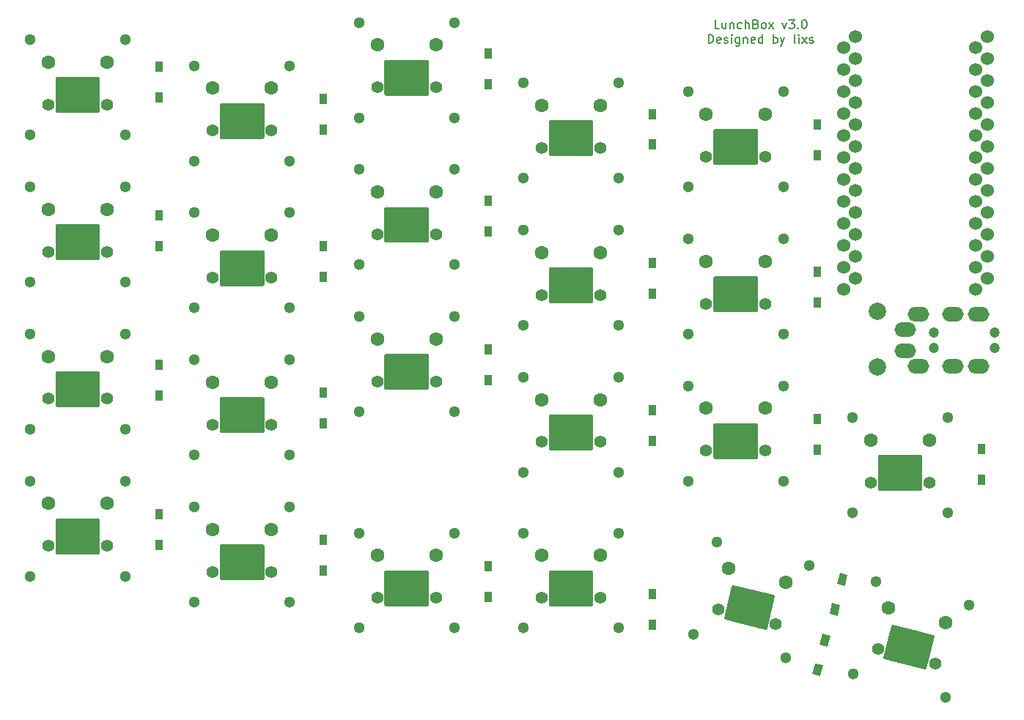
<source format=gbr>
%TF.GenerationSoftware,KiCad,Pcbnew,(5.1.0)-1*%
%TF.CreationDate,2021-02-23T00:32:09+09:00*%
%TF.ProjectId,20200129 thinkeyboardver0,32303230-3031-4323-9920-7468696e6b65,rev?*%
%TF.SameCoordinates,Original*%
%TF.FileFunction,Soldermask,Top*%
%TF.FilePolarity,Negative*%
%FSLAX46Y46*%
G04 Gerber Fmt 4.6, Leading zero omitted, Abs format (unit mm)*
G04 Created by KiCad (PCBNEW (5.1.0)-1) date 2021-02-23 00:32:09*
%MOMM*%
%LPD*%
G04 APERTURE LIST*
%ADD10C,0.200000*%
%ADD11C,1.600000*%
%ADD12C,1.300000*%
%ADD13C,1.400000*%
%ADD14O,5.100000X4.100000*%
%ADD15O,2.000000X4.100000*%
%ADD16O,0.300000X4.100000*%
%ADD17O,5.100000X0.300000*%
%ADD18C,2.000000*%
%ADD19C,1.200000*%
%ADD20O,2.500000X1.700000*%
%ADD21C,1.524000*%
%ADD22C,4.100000*%
%ADD23C,4.100000*%
%ADD24C,2.000000*%
%ADD25C,0.300000*%
%ADD26C,0.300000*%
%ADD27R,0.950000X1.300000*%
%ADD28C,0.950000*%
%ADD29C,0.100000*%
G04 APERTURE END LIST*
D10*
X165714285Y-66102380D02*
X165238095Y-66102380D01*
X165238095Y-65102380D01*
X166476190Y-65435714D02*
X166476190Y-66102380D01*
X166047619Y-65435714D02*
X166047619Y-65959523D01*
X166095238Y-66054761D01*
X166190476Y-66102380D01*
X166333333Y-66102380D01*
X166428571Y-66054761D01*
X166476190Y-66007142D01*
X166952380Y-65435714D02*
X166952380Y-66102380D01*
X166952380Y-65530952D02*
X167000000Y-65483333D01*
X167095238Y-65435714D01*
X167238095Y-65435714D01*
X167333333Y-65483333D01*
X167380952Y-65578571D01*
X167380952Y-66102380D01*
X168285714Y-66054761D02*
X168190476Y-66102380D01*
X168000000Y-66102380D01*
X167904761Y-66054761D01*
X167857142Y-66007142D01*
X167809523Y-65911904D01*
X167809523Y-65626190D01*
X167857142Y-65530952D01*
X167904761Y-65483333D01*
X168000000Y-65435714D01*
X168190476Y-65435714D01*
X168285714Y-65483333D01*
X168714285Y-66102380D02*
X168714285Y-65102380D01*
X169142857Y-66102380D02*
X169142857Y-65578571D01*
X169095238Y-65483333D01*
X169000000Y-65435714D01*
X168857142Y-65435714D01*
X168761904Y-65483333D01*
X168714285Y-65530952D01*
X169952380Y-65578571D02*
X170095238Y-65626190D01*
X170142857Y-65673809D01*
X170190476Y-65769047D01*
X170190476Y-65911904D01*
X170142857Y-66007142D01*
X170095238Y-66054761D01*
X170000000Y-66102380D01*
X169619047Y-66102380D01*
X169619047Y-65102380D01*
X169952380Y-65102380D01*
X170047619Y-65150000D01*
X170095238Y-65197619D01*
X170142857Y-65292857D01*
X170142857Y-65388095D01*
X170095238Y-65483333D01*
X170047619Y-65530952D01*
X169952380Y-65578571D01*
X169619047Y-65578571D01*
X170761904Y-66102380D02*
X170666666Y-66054761D01*
X170619047Y-66007142D01*
X170571428Y-65911904D01*
X170571428Y-65626190D01*
X170619047Y-65530952D01*
X170666666Y-65483333D01*
X170761904Y-65435714D01*
X170904761Y-65435714D01*
X171000000Y-65483333D01*
X171047619Y-65530952D01*
X171095238Y-65626190D01*
X171095238Y-65911904D01*
X171047619Y-66007142D01*
X171000000Y-66054761D01*
X170904761Y-66102380D01*
X170761904Y-66102380D01*
X171428571Y-66102380D02*
X171952380Y-65435714D01*
X171428571Y-65435714D02*
X171952380Y-66102380D01*
X173000000Y-65435714D02*
X173238095Y-66102380D01*
X173476190Y-65435714D01*
X173761904Y-65102380D02*
X174380952Y-65102380D01*
X174047619Y-65483333D01*
X174190476Y-65483333D01*
X174285714Y-65530952D01*
X174333333Y-65578571D01*
X174380952Y-65673809D01*
X174380952Y-65911904D01*
X174333333Y-66007142D01*
X174285714Y-66054761D01*
X174190476Y-66102380D01*
X173904761Y-66102380D01*
X173809523Y-66054761D01*
X173761904Y-66007142D01*
X174809523Y-66007142D02*
X174857142Y-66054761D01*
X174809523Y-66102380D01*
X174761904Y-66054761D01*
X174809523Y-66007142D01*
X174809523Y-66102380D01*
X175476190Y-65102380D02*
X175571428Y-65102380D01*
X175666666Y-65150000D01*
X175714285Y-65197619D01*
X175761904Y-65292857D01*
X175809523Y-65483333D01*
X175809523Y-65721428D01*
X175761904Y-65911904D01*
X175714285Y-66007142D01*
X175666666Y-66054761D01*
X175571428Y-66102380D01*
X175476190Y-66102380D01*
X175380952Y-66054761D01*
X175333333Y-66007142D01*
X175285714Y-65911904D01*
X175238095Y-65721428D01*
X175238095Y-65483333D01*
X175285714Y-65292857D01*
X175333333Y-65197619D01*
X175380952Y-65150000D01*
X175476190Y-65102380D01*
X164476190Y-67802380D02*
X164476190Y-66802380D01*
X164714285Y-66802380D01*
X164857142Y-66850000D01*
X164952380Y-66945238D01*
X165000000Y-67040476D01*
X165047619Y-67230952D01*
X165047619Y-67373809D01*
X165000000Y-67564285D01*
X164952380Y-67659523D01*
X164857142Y-67754761D01*
X164714285Y-67802380D01*
X164476190Y-67802380D01*
X165857142Y-67754761D02*
X165761904Y-67802380D01*
X165571428Y-67802380D01*
X165476190Y-67754761D01*
X165428571Y-67659523D01*
X165428571Y-67278571D01*
X165476190Y-67183333D01*
X165571428Y-67135714D01*
X165761904Y-67135714D01*
X165857142Y-67183333D01*
X165904761Y-67278571D01*
X165904761Y-67373809D01*
X165428571Y-67469047D01*
X166285714Y-67754761D02*
X166380952Y-67802380D01*
X166571428Y-67802380D01*
X166666666Y-67754761D01*
X166714285Y-67659523D01*
X166714285Y-67611904D01*
X166666666Y-67516666D01*
X166571428Y-67469047D01*
X166428571Y-67469047D01*
X166333333Y-67421428D01*
X166285714Y-67326190D01*
X166285714Y-67278571D01*
X166333333Y-67183333D01*
X166428571Y-67135714D01*
X166571428Y-67135714D01*
X166666666Y-67183333D01*
X167142857Y-67802380D02*
X167142857Y-67135714D01*
X167142857Y-66802380D02*
X167095238Y-66850000D01*
X167142857Y-66897619D01*
X167190476Y-66850000D01*
X167142857Y-66802380D01*
X167142857Y-66897619D01*
X168047619Y-67135714D02*
X168047619Y-67945238D01*
X168000000Y-68040476D01*
X167952380Y-68088095D01*
X167857142Y-68135714D01*
X167714285Y-68135714D01*
X167619047Y-68088095D01*
X168047619Y-67754761D02*
X167952380Y-67802380D01*
X167761904Y-67802380D01*
X167666666Y-67754761D01*
X167619047Y-67707142D01*
X167571428Y-67611904D01*
X167571428Y-67326190D01*
X167619047Y-67230952D01*
X167666666Y-67183333D01*
X167761904Y-67135714D01*
X167952380Y-67135714D01*
X168047619Y-67183333D01*
X168523809Y-67135714D02*
X168523809Y-67802380D01*
X168523809Y-67230952D02*
X168571428Y-67183333D01*
X168666666Y-67135714D01*
X168809523Y-67135714D01*
X168904761Y-67183333D01*
X168952380Y-67278571D01*
X168952380Y-67802380D01*
X169809523Y-67754761D02*
X169714285Y-67802380D01*
X169523809Y-67802380D01*
X169428571Y-67754761D01*
X169380952Y-67659523D01*
X169380952Y-67278571D01*
X169428571Y-67183333D01*
X169523809Y-67135714D01*
X169714285Y-67135714D01*
X169809523Y-67183333D01*
X169857142Y-67278571D01*
X169857142Y-67373809D01*
X169380952Y-67469047D01*
X170714285Y-67802380D02*
X170714285Y-66802380D01*
X170714285Y-67754761D02*
X170619047Y-67802380D01*
X170428571Y-67802380D01*
X170333333Y-67754761D01*
X170285714Y-67707142D01*
X170238095Y-67611904D01*
X170238095Y-67326190D01*
X170285714Y-67230952D01*
X170333333Y-67183333D01*
X170428571Y-67135714D01*
X170619047Y-67135714D01*
X170714285Y-67183333D01*
X171952380Y-67802380D02*
X171952380Y-66802380D01*
X171952380Y-67183333D02*
X172047619Y-67135714D01*
X172238095Y-67135714D01*
X172333333Y-67183333D01*
X172380952Y-67230952D01*
X172428571Y-67326190D01*
X172428571Y-67611904D01*
X172380952Y-67707142D01*
X172333333Y-67754761D01*
X172238095Y-67802380D01*
X172047619Y-67802380D01*
X171952380Y-67754761D01*
X172761904Y-67135714D02*
X173000000Y-67802380D01*
X173238095Y-67135714D02*
X173000000Y-67802380D01*
X172904761Y-68040476D01*
X172857142Y-68088095D01*
X172761904Y-68135714D01*
X174523809Y-67802380D02*
X174428571Y-67754761D01*
X174380952Y-67659523D01*
X174380952Y-66802380D01*
X174904761Y-67802380D02*
X174904761Y-67135714D01*
X174904761Y-66802380D02*
X174857142Y-66850000D01*
X174904761Y-66897619D01*
X174952380Y-66850000D01*
X174904761Y-66802380D01*
X174904761Y-66897619D01*
X175285714Y-67802380D02*
X175809523Y-67135714D01*
X175285714Y-67135714D02*
X175809523Y-67802380D01*
X176142857Y-67754761D02*
X176238095Y-67802380D01*
X176428571Y-67802380D01*
X176523809Y-67754761D01*
X176571428Y-67659523D01*
X176571428Y-67611904D01*
X176523809Y-67516666D01*
X176428571Y-67469047D01*
X176285714Y-67469047D01*
X176190476Y-67421428D01*
X176142857Y-67326190D01*
X176142857Y-67278571D01*
X176190476Y-67183333D01*
X176285714Y-67135714D01*
X176428571Y-67135714D01*
X176523809Y-67183333D01*
D11*
%TO.C,SW14*%
X145199992Y-91999836D03*
D12*
X143099992Y-89399836D03*
X154099992Y-100399836D03*
D13*
X145199992Y-96899836D03*
D12*
X143100000Y-100400000D03*
X154100000Y-89400000D03*
D13*
X152000000Y-96900000D03*
D11*
X152000000Y-92000000D03*
D14*
X148600000Y-95800000D03*
D15*
X150150000Y-95800000D03*
X147050000Y-95800000D03*
D16*
X151000000Y-95800000D03*
X146200000Y-95800000D03*
D17*
X148600000Y-97700000D03*
X148600000Y-93900000D03*
%TD*%
D18*
%TO.C,SW23*%
X184000000Y-98750000D03*
X184000000Y-105250000D03*
%TD*%
D19*
%TO.C,J1*%
X190500000Y-101250000D03*
X197500000Y-101250000D03*
D20*
X188700000Y-99150000D03*
X187200000Y-103350000D03*
X195700000Y-99150000D03*
X192700000Y-99150000D03*
D19*
X197500000Y-103000000D03*
X190500000Y-103000000D03*
D20*
X195700000Y-105100000D03*
X192700000Y-105100000D03*
X188700000Y-105100000D03*
X187200000Y-100900000D03*
%TD*%
D11*
%TO.C,SW1*%
X88199992Y-69999836D03*
D12*
X86099992Y-67399836D03*
X97099992Y-78399836D03*
D13*
X88199992Y-74899836D03*
D12*
X86100000Y-78400000D03*
X97100000Y-67400000D03*
D13*
X95000000Y-74900000D03*
D11*
X95000000Y-70000000D03*
D14*
X91600000Y-73800000D03*
D15*
X93150000Y-73800000D03*
X90050000Y-73800000D03*
D16*
X94000000Y-73800000D03*
X89200000Y-73800000D03*
D17*
X91600000Y-75700000D03*
X91600000Y-71900000D03*
%TD*%
%TO.C,SW2*%
X91600000Y-88900000D03*
X91600000Y-92700000D03*
D16*
X89200000Y-90800000D03*
X94000000Y-90800000D03*
D15*
X90050000Y-90800000D03*
X93150000Y-90800000D03*
D14*
X91600000Y-90800000D03*
D11*
X95000000Y-87000000D03*
D13*
X95000000Y-91900000D03*
D12*
X97100000Y-84400000D03*
X86100000Y-95400000D03*
D13*
X88199992Y-91899836D03*
D12*
X97099992Y-95399836D03*
X86099992Y-84399836D03*
D11*
X88199992Y-86999836D03*
%TD*%
%TO.C,SW3*%
X88199992Y-103999836D03*
D12*
X86099992Y-101399836D03*
X97099992Y-112399836D03*
D13*
X88199992Y-108899836D03*
D12*
X86100000Y-112400000D03*
X97100000Y-101400000D03*
D13*
X95000000Y-108900000D03*
D11*
X95000000Y-104000000D03*
D14*
X91600000Y-107800000D03*
D15*
X93150000Y-107800000D03*
X90050000Y-107800000D03*
D16*
X94000000Y-107800000D03*
X89200000Y-107800000D03*
D17*
X91600000Y-109700000D03*
X91600000Y-105900000D03*
%TD*%
%TO.C,SW4*%
X91600000Y-122900164D03*
X91600000Y-126700164D03*
D16*
X89200000Y-124800164D03*
X94000000Y-124800164D03*
D15*
X90050000Y-124800164D03*
X93150000Y-124800164D03*
D14*
X91600000Y-124800164D03*
D11*
X95000000Y-121000164D03*
D13*
X95000000Y-125900164D03*
D12*
X97100000Y-118400164D03*
X86100000Y-129400164D03*
D13*
X88199992Y-125900000D03*
D12*
X97099992Y-129400000D03*
X86099992Y-118400000D03*
D11*
X88199992Y-121000000D03*
%TD*%
%TO.C,SW5*%
X107199992Y-72999836D03*
D12*
X105099992Y-70399836D03*
X116099992Y-81399836D03*
D13*
X107199992Y-77899836D03*
D12*
X105100000Y-81400000D03*
X116100000Y-70400000D03*
D13*
X114000000Y-77900000D03*
D11*
X114000000Y-73000000D03*
D14*
X110600000Y-76800000D03*
D15*
X112150000Y-76800000D03*
X109050000Y-76800000D03*
D16*
X113000000Y-76800000D03*
X108200000Y-76800000D03*
D17*
X110600000Y-78700000D03*
X110600000Y-74900000D03*
%TD*%
%TO.C,SW6*%
X110600000Y-91900000D03*
X110600000Y-95700000D03*
D16*
X108200000Y-93800000D03*
X113000000Y-93800000D03*
D15*
X109050000Y-93800000D03*
X112150000Y-93800000D03*
D14*
X110600000Y-93800000D03*
D11*
X114000000Y-90000000D03*
D13*
X114000000Y-94900000D03*
D12*
X116100000Y-87400000D03*
X105100000Y-98400000D03*
D13*
X107199992Y-94899836D03*
D12*
X116099992Y-98399836D03*
X105099992Y-87399836D03*
D11*
X107199992Y-89999836D03*
%TD*%
%TO.C,SW7*%
X107199992Y-106999836D03*
D12*
X105099992Y-104399836D03*
X116099992Y-115399836D03*
D13*
X107199992Y-111899836D03*
D12*
X105100000Y-115400000D03*
X116100000Y-104400000D03*
D13*
X114000000Y-111900000D03*
D11*
X114000000Y-107000000D03*
D14*
X110600000Y-110800000D03*
D15*
X112150000Y-110800000D03*
X109050000Y-110800000D03*
D16*
X113000000Y-110800000D03*
X108200000Y-110800000D03*
D17*
X110600000Y-112700000D03*
X110600000Y-108900000D03*
%TD*%
%TO.C,SW8*%
X110600000Y-125900000D03*
X110600000Y-129700000D03*
D16*
X108200000Y-127800000D03*
X113000000Y-127800000D03*
D15*
X109050000Y-127800000D03*
X112150000Y-127800000D03*
D14*
X110600000Y-127800000D03*
D11*
X114000000Y-124000000D03*
D13*
X114000000Y-128900000D03*
D12*
X116100000Y-121400000D03*
X105100000Y-132400000D03*
D13*
X107199992Y-128899836D03*
D12*
X116099992Y-132399836D03*
X105099992Y-121399836D03*
D11*
X107199992Y-123999836D03*
%TD*%
%TO.C,SW9*%
X126199992Y-67999836D03*
D12*
X124099992Y-65399836D03*
X135099992Y-76399836D03*
D13*
X126199992Y-72899836D03*
D12*
X124100000Y-76400000D03*
X135100000Y-65400000D03*
D13*
X133000000Y-72900000D03*
D11*
X133000000Y-68000000D03*
D14*
X129600000Y-71800000D03*
D15*
X131150000Y-71800000D03*
X128050000Y-71800000D03*
D16*
X132000000Y-71800000D03*
X127200000Y-71800000D03*
D17*
X129600000Y-73700000D03*
X129600000Y-69900000D03*
%TD*%
%TO.C,SW10*%
X129600000Y-86900000D03*
X129600000Y-90700000D03*
D16*
X127200000Y-88800000D03*
X132000000Y-88800000D03*
D15*
X128050000Y-88800000D03*
X131150000Y-88800000D03*
D14*
X129600000Y-88800000D03*
D11*
X133000000Y-85000000D03*
D13*
X133000000Y-89900000D03*
D12*
X135100000Y-82400000D03*
X124100000Y-93400000D03*
D13*
X126199992Y-89899836D03*
D12*
X135099992Y-93399836D03*
X124099992Y-82399836D03*
D11*
X126199992Y-84999836D03*
%TD*%
%TO.C,SW11*%
X126199992Y-101999836D03*
D12*
X124099992Y-99399836D03*
X135099992Y-110399836D03*
D13*
X126199992Y-106899836D03*
D12*
X124100000Y-110400000D03*
X135100000Y-99400000D03*
D13*
X133000000Y-106900000D03*
D11*
X133000000Y-102000000D03*
D14*
X129600000Y-105800000D03*
D15*
X131150000Y-105800000D03*
X128050000Y-105800000D03*
D16*
X132000000Y-105800000D03*
X127200000Y-105800000D03*
D17*
X129600000Y-107700000D03*
X129600000Y-103900000D03*
%TD*%
%TO.C,SW12*%
X129600000Y-128900000D03*
X129600000Y-132700000D03*
D16*
X127200000Y-130800000D03*
X132000000Y-130800000D03*
D15*
X128050000Y-130800000D03*
X131150000Y-130800000D03*
D14*
X129600000Y-130800000D03*
D11*
X133000000Y-127000000D03*
D13*
X133000000Y-131900000D03*
D12*
X135100000Y-124400000D03*
X124100000Y-135400000D03*
D13*
X126199992Y-131899836D03*
D12*
X135099992Y-135399836D03*
X124099992Y-124399836D03*
D11*
X126199992Y-126999836D03*
%TD*%
D17*
%TO.C,SW13*%
X148600000Y-76900000D03*
X148600000Y-80700000D03*
D16*
X146200000Y-78800000D03*
X151000000Y-78800000D03*
D15*
X147050000Y-78800000D03*
X150150000Y-78800000D03*
D14*
X148600000Y-78800000D03*
D11*
X152000000Y-75000000D03*
D13*
X152000000Y-79900000D03*
D12*
X154100000Y-72400000D03*
X143100000Y-83400000D03*
D13*
X145199992Y-79899836D03*
D12*
X154099992Y-83399836D03*
X143099992Y-72399836D03*
D11*
X145199992Y-74999836D03*
%TD*%
D17*
%TO.C,SW15*%
X148600000Y-110900000D03*
X148600000Y-114700000D03*
D16*
X146200000Y-112800000D03*
X151000000Y-112800000D03*
D15*
X147050000Y-112800000D03*
X150150000Y-112800000D03*
D14*
X148600000Y-112800000D03*
D11*
X152000000Y-109000000D03*
D13*
X152000000Y-113900000D03*
D12*
X154100000Y-106400000D03*
X143100000Y-117400000D03*
D13*
X145199992Y-113899836D03*
D12*
X154099992Y-117399836D03*
X143099992Y-106399836D03*
D11*
X145199992Y-108999836D03*
%TD*%
%TO.C,SW16*%
X145199992Y-126999836D03*
D12*
X143099992Y-124399836D03*
X154099992Y-135399836D03*
D13*
X145199992Y-131899836D03*
D12*
X143100000Y-135400000D03*
X154100000Y-124400000D03*
D13*
X152000000Y-131900000D03*
D11*
X152000000Y-127000000D03*
D14*
X148600000Y-130800000D03*
D15*
X150150000Y-130800000D03*
X147050000Y-130800000D03*
D16*
X151000000Y-130800000D03*
X146200000Y-130800000D03*
D17*
X148600000Y-132700000D03*
X148600000Y-128900000D03*
%TD*%
D11*
%TO.C,SW17*%
X164199992Y-75999836D03*
D12*
X162099992Y-73399836D03*
X173099992Y-84399836D03*
D13*
X164199992Y-80899836D03*
D12*
X162100000Y-84400000D03*
X173100000Y-73400000D03*
D13*
X171000000Y-80900000D03*
D11*
X171000000Y-76000000D03*
D14*
X167600000Y-79800000D03*
D15*
X169150000Y-79800000D03*
X166050000Y-79800000D03*
D16*
X170000000Y-79800000D03*
X165200000Y-79800000D03*
D17*
X167600000Y-81700000D03*
X167600000Y-77900000D03*
%TD*%
%TO.C,SW18*%
X167600000Y-94900000D03*
X167600000Y-98700000D03*
D16*
X165200000Y-96800000D03*
X170000000Y-96800000D03*
D15*
X166050000Y-96800000D03*
X169150000Y-96800000D03*
D14*
X167600000Y-96800000D03*
D11*
X171000000Y-93000000D03*
D13*
X171000000Y-97900000D03*
D12*
X173100000Y-90400000D03*
X162100000Y-101400000D03*
D13*
X164199992Y-97899836D03*
D12*
X173099992Y-101399836D03*
X162099992Y-90399836D03*
D11*
X164199992Y-92999836D03*
%TD*%
D17*
%TO.C,SW19*%
X167600000Y-111900000D03*
X167600000Y-115700000D03*
D16*
X165200000Y-113800000D03*
X170000000Y-113800000D03*
D15*
X166050000Y-113800000D03*
X169150000Y-113800000D03*
D14*
X167600000Y-113800000D03*
D11*
X171000000Y-110000000D03*
D13*
X171000000Y-114900000D03*
D12*
X173100000Y-107400000D03*
X162100000Y-118400000D03*
D13*
X164199992Y-114899836D03*
D12*
X173099992Y-118399836D03*
X162099992Y-107399836D03*
D11*
X164199992Y-109999836D03*
%TD*%
D17*
%TO.C,SW21*%
X186600000Y-115580000D03*
X186600000Y-119380000D03*
D16*
X184200000Y-117480000D03*
X189000000Y-117480000D03*
D15*
X185050000Y-117480000D03*
X188150000Y-117480000D03*
D14*
X186600000Y-117480000D03*
D11*
X190000000Y-113680000D03*
D13*
X190000000Y-118580000D03*
D12*
X192100000Y-111080000D03*
X181100000Y-122080000D03*
D13*
X183199992Y-118579836D03*
D12*
X192099992Y-122079836D03*
X181099992Y-111079836D03*
D11*
X183199992Y-113679836D03*
%TD*%
D21*
%TO.C,U1*%
X181436400Y-67022000D03*
X181436400Y-69562000D03*
X181436400Y-72102000D03*
X181436400Y-74642000D03*
X181436400Y-77182000D03*
X181436400Y-79722000D03*
X181436400Y-82262000D03*
X181436400Y-84802000D03*
X181436400Y-87342000D03*
X181436400Y-89882000D03*
X181436400Y-92422000D03*
X181436400Y-94962000D03*
X196656400Y-94962000D03*
X196656400Y-92422000D03*
X196656400Y-89882000D03*
X196656400Y-87342000D03*
X196656400Y-84802000D03*
X196656400Y-82262000D03*
X196656400Y-79722000D03*
X196656400Y-77182000D03*
X196656400Y-74642000D03*
X196656400Y-72102000D03*
X196656400Y-69562000D03*
X196656400Y-67022000D03*
X180110000Y-68292000D03*
X180110000Y-70832000D03*
X180110000Y-73372000D03*
X180110000Y-75912000D03*
X180110000Y-78452000D03*
X180110000Y-80992000D03*
X180110000Y-83532000D03*
X180110000Y-86072000D03*
X180110000Y-88612000D03*
X180110000Y-91152000D03*
X180110000Y-93692000D03*
X180110000Y-96232000D03*
X195350000Y-96232000D03*
X195350000Y-93692000D03*
X195350000Y-91152000D03*
X195350000Y-88612000D03*
X195350000Y-86072000D03*
X195350000Y-83532000D03*
X195350000Y-80992000D03*
X195350000Y-78452000D03*
X195350000Y-75912000D03*
X195350000Y-73372000D03*
X195350000Y-70832000D03*
X195350000Y-68292000D03*
%TD*%
D11*
%TO.C,SW20*%
X166823224Y-128498843D03*
D12*
X165414600Y-125468038D03*
X173426712Y-138802432D03*
D13*
X165637807Y-133253292D03*
D12*
X162753427Y-136141452D03*
X176087821Y-128129340D03*
D13*
X172235786Y-134898522D03*
D11*
X173421203Y-130144073D03*
D22*
X169202894Y-133008662D03*
D23*
X168717746Y-132887701D02*
X169688042Y-133129623D01*
D18*
X170706853Y-133383641D03*
D24*
X170960871Y-132364830D02*
X170452835Y-134402452D01*
D18*
X167698936Y-132633683D03*
D24*
X167952954Y-131614872D02*
X167444918Y-133652494D01*
D25*
X171531604Y-133589275D03*
D26*
X171991256Y-131745713D02*
X171071952Y-135432837D01*
D25*
X166874185Y-132428050D03*
D26*
X167333837Y-130584488D02*
X166414533Y-134271612D01*
D25*
X168743243Y-134852224D03*
D26*
X166414533Y-134271611D02*
X171071953Y-135432837D01*
D25*
X169662546Y-131165100D03*
D26*
X167333836Y-130584487D02*
X171991256Y-131745713D01*
%TD*%
D25*
%TO.C,SW22*%
X188098165Y-135761616D03*
D26*
X185769455Y-135181003D02*
X190426875Y-136342229D01*
D25*
X187178862Y-139448740D03*
D26*
X184850152Y-138868127D02*
X189507572Y-140029353D01*
D25*
X185309804Y-137024566D03*
D26*
X185769456Y-135181004D02*
X184850152Y-138868128D01*
D25*
X189967223Y-138185791D03*
D26*
X190426875Y-136342229D02*
X189507571Y-140029353D01*
D18*
X186134555Y-137230199D03*
D24*
X186388573Y-136211388D02*
X185880537Y-138249010D01*
D18*
X189142472Y-137980157D03*
D24*
X189396490Y-136961346D02*
X188888454Y-138998968D01*
D22*
X187638513Y-137605178D03*
D23*
X187153365Y-137484217D02*
X188123661Y-137726139D01*
D11*
X191856822Y-134740589D03*
D13*
X190671405Y-139495038D03*
D12*
X194523440Y-132725856D03*
X181189046Y-140737968D03*
D13*
X184073426Y-137849808D03*
D12*
X191862331Y-143398948D03*
X183850219Y-130064554D03*
D11*
X185258843Y-133095359D03*
%TD*%
D27*
%TO.C,D1*%
X101000000Y-74025000D03*
X101000000Y-70475000D03*
%TD*%
%TO.C,D2*%
X101000000Y-91275000D03*
X101000000Y-87725000D03*
%TD*%
%TO.C,D3*%
X101000000Y-104975000D03*
X101000000Y-108525000D03*
%TD*%
%TO.C,D4*%
X101000000Y-122225000D03*
X101000000Y-125775000D03*
%TD*%
%TO.C,D5*%
X120000000Y-74225000D03*
X120000000Y-77775000D03*
%TD*%
%TO.C,D6*%
X120000000Y-91225000D03*
X120000000Y-94775000D03*
%TD*%
%TO.C,D7*%
X120000000Y-108225000D03*
X120000000Y-111775000D03*
%TD*%
%TO.C,D8*%
X120000000Y-125225000D03*
X120000000Y-128775000D03*
%TD*%
%TO.C,D9*%
X139000000Y-72525000D03*
X139000000Y-68975000D03*
%TD*%
%TO.C,D10*%
X139000000Y-89525000D03*
X139000000Y-85975000D03*
%TD*%
%TO.C,D11*%
X139000000Y-103225000D03*
X139000000Y-106775000D03*
%TD*%
%TO.C,D12*%
X139000000Y-131775000D03*
X139000000Y-128225000D03*
%TD*%
%TO.C,D13*%
X158000000Y-79525000D03*
X158000000Y-75975000D03*
%TD*%
%TO.C,D14*%
X158000000Y-93225000D03*
X158000000Y-96775000D03*
%TD*%
%TO.C,D15*%
X158000000Y-113775000D03*
X158000000Y-110225000D03*
%TD*%
%TO.C,D16*%
X158000000Y-131475000D03*
X158000000Y-135025000D03*
%TD*%
%TO.C,D17*%
X177000000Y-80775000D03*
X177000000Y-77225000D03*
%TD*%
%TO.C,D18*%
X177000000Y-94225000D03*
X177000000Y-97775000D03*
%TD*%
%TO.C,D19*%
X177000000Y-111225000D03*
X177000000Y-114775000D03*
%TD*%
D28*
%TO.C,D20*%
X177070589Y-140222275D03*
D29*
G36*
X176766948Y-139476670D02*
G01*
X177688729Y-139706496D01*
X177374230Y-140967880D01*
X176452449Y-140738054D01*
X176766948Y-139476670D01*
X176766948Y-139476670D01*
G37*
D28*
X177929411Y-136777725D03*
D29*
G36*
X177625770Y-136032120D02*
G01*
X178547551Y-136261946D01*
X178233052Y-137523330D01*
X177311271Y-137293504D01*
X177625770Y-136032120D01*
X177625770Y-136032120D01*
G37*
%TD*%
D27*
%TO.C,D21*%
X196000000Y-118275000D03*
X196000000Y-114725000D03*
%TD*%
D28*
%TO.C,D22*%
X179070589Y-133222275D03*
D29*
G36*
X178766948Y-132476670D02*
G01*
X179688729Y-132706496D01*
X179374230Y-133967880D01*
X178452449Y-133738054D01*
X178766948Y-132476670D01*
X178766948Y-132476670D01*
G37*
D28*
X179929411Y-129777725D03*
D29*
G36*
X179625770Y-129032120D02*
G01*
X180547551Y-129261946D01*
X180233052Y-130523330D01*
X179311271Y-130293504D01*
X179625770Y-129032120D01*
X179625770Y-129032120D01*
G37*
%TD*%
M02*

</source>
